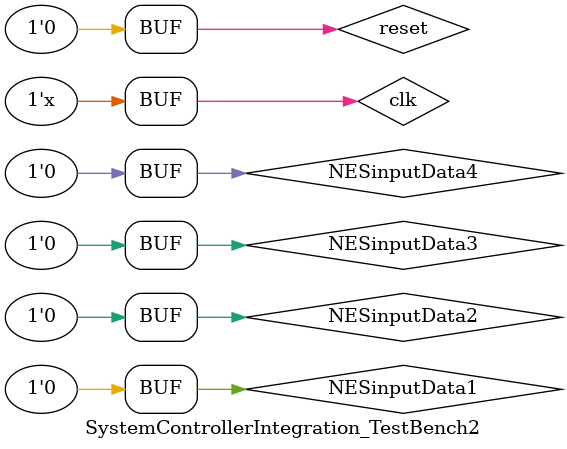
<source format=v>
`timescale 1ns / 1ps


module SystemControllerIntegration_TestBench2;

	// Inputs
	reg clk;
	reg reset;
	reg NESinputData1;
	reg NESinputData2;
	reg NESinputData3;
	reg NESinputData4;

	// Outputs
	wire latch1;
	wire latch2;
	wire latch3;
	wire latch4;
	wire pulse1;
	wire pulse2;
	wire pulse3;
	wire pulse4;
	wire hSync;
	wire vSync;
	wire [7:0] rgb;
	wire [7:0] leds;
	wire soundMelody;
	wire soundBass;

	// Instantiate the Unit Under Test (UUT)
	System uut (
		.clk(clk), 
		.reset(reset), 
		.NESinputData1(NESinputData1), 
		.NESinputData2(NESinputData2), 
		.NESinputData3(NESinputData3), 
		.NESinputData4(NESinputData4), 
		.latch1(latch1), 
		.latch2(latch2), 
		.latch3(latch3), 
		.latch4(latch4), 
		.pulse1(pulse1), 
		.pulse2(pulse2), 
		.pulse3(pulse3), 
		.pulse4(pulse4), 
		.hSync(hSync), 
		.vSync(vSync), 
		.rgb(rgb), 
		.leds(leds), 
		.soundMelody(soundMelody), 
		.soundBass(soundBass)
	);

	initial begin
		// Initialize Inputs
		clk = 0;
		reset = 1;
		NESinputData1 = 0;
		NESinputData2 = 0;
		NESinputData3 = 0;
		NESinputData4 = 0;

		// Wait 100 ns for global reset to finish
		#100;
      reset = 0;
		 
		// Add stimulus here

	end
	
	always #10 clk = ~clk;
      
endmodule


</source>
